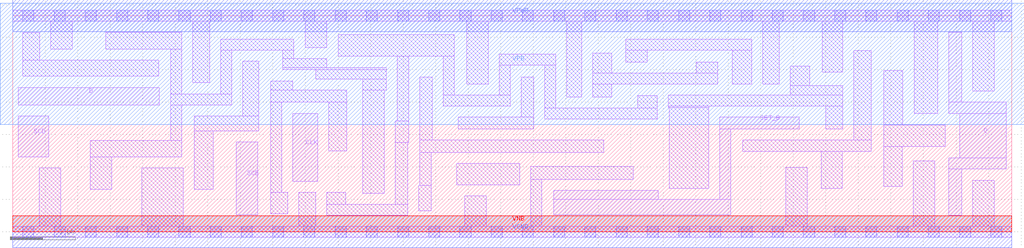
<source format=lef>
# Copyright 2020 The SkyWater PDK Authors
#
# Licensed under the Apache License, Version 2.0 (the "License");
# you may not use this file except in compliance with the License.
# You may obtain a copy of the License at
#
#     https://www.apache.org/licenses/LICENSE-2.0
#
# Unless required by applicable law or agreed to in writing, software
# distributed under the License is distributed on an "AS IS" BASIS,
# WITHOUT WARRANTIES OR CONDITIONS OF ANY KIND, either express or implied.
# See the License for the specific language governing permissions and
# limitations under the License.
#
# SPDX-License-Identifier: Apache-2.0

VERSION 5.7 ;
  NOWIREEXTENSIONATPIN ON ;
  DIVIDERCHAR "/" ;
  BUSBITCHARS "[]" ;
MACRO sky130_fd_sc_lp__sdfstp_2
  CLASS CORE ;
  FOREIGN sky130_fd_sc_lp__sdfstp_2 ;
  ORIGIN  0.000000  0.000000 ;
  SIZE  15.36000 BY  3.330000 ;
  SYMMETRY X Y R90 ;
  SITE unit ;
  PIN D
    ANTENNAGATEAREA  0.159000 ;
    DIRECTION INPUT ;
    USE SIGNAL ;
    PORT
      LAYER li1 ;
        RECT 0.085000 1.950000 2.255000 2.225000 ;
    END
  END D
  PIN Q
    ANTENNADIFFAREA  0.588000 ;
    DIRECTION OUTPUT ;
    USE SIGNAL ;
    PORT
      LAYER li1 ;
        RECT 14.390000 0.255000 14.590000 0.965000 ;
        RECT 14.390000 0.965000 15.275000 1.135000 ;
        RECT 14.390000 1.825000 15.275000 1.995000 ;
        RECT 14.390000 1.995000 14.590000 3.075000 ;
        RECT 14.555000 1.135000 15.275000 1.825000 ;
    END
  END Q
  PIN SCD
    ANTENNAGATEAREA  0.159000 ;
    DIRECTION INPUT ;
    USE SIGNAL ;
    PORT
      LAYER li1 ;
        RECT 0.085000 1.150000 0.550000 1.780000 ;
    END
  END SCD
  PIN SCE
    ANTENNAGATEAREA  0.318000 ;
    DIRECTION INPUT ;
    USE SIGNAL ;
    PORT
      LAYER li1 ;
        RECT 3.435000 0.265000 3.765000 1.380000 ;
    END
  END SCE
  PIN SET_B
    ANTENNAGATEAREA  0.252000 ;
    DIRECTION INPUT ;
    USE SIGNAL ;
    PORT
      LAYER li1 ;
        RECT  8.315000 0.265000 11.040000 0.500000 ;
        RECT  8.315000 0.500000  9.925000 0.640000 ;
        RECT 10.870000 0.500000 11.040000 1.585000 ;
        RECT 10.870000 1.585000 12.090000 1.765000 ;
    END
  END SET_B
  PIN CLK
    ANTENNAGATEAREA  0.159000 ;
    DIRECTION INPUT ;
    USE CLOCK ;
    PORT
      LAYER li1 ;
        RECT 4.305000 0.780000 4.685000 1.825000 ;
    END
  END CLK
  PIN VGND
    DIRECTION INOUT ;
    USE GROUND ;
    PORT
      LAYER met1 ;
        RECT 0.000000 -0.245000 15.360000 0.245000 ;
    END
  END VGND
  PIN VNB
    DIRECTION INOUT ;
    USE GROUND ;
    PORT
      LAYER pwell ;
        RECT 0.000000 0.000000 15.360000 0.245000 ;
    END
  END VNB
  PIN VPB
    DIRECTION INOUT ;
    USE POWER ;
    PORT
      LAYER nwell ;
        RECT -0.190000 1.655000 15.550000 3.520000 ;
    END
  END VPB
  PIN VPWR
    DIRECTION INOUT ;
    USE POWER ;
    PORT
      LAYER met1 ;
        RECT 0.000000 3.085000 15.360000 3.575000 ;
    END
  END VPWR
  OBS
    LAYER li1 ;
      RECT  0.000000 -0.085000 15.360000 0.085000 ;
      RECT  0.000000  3.245000 15.360000 3.415000 ;
      RECT  0.155000  2.395000  2.245000 2.645000 ;
      RECT  0.155000  2.645000  0.415000 3.065000 ;
      RECT  0.405000  0.085000  0.735000 0.980000 ;
      RECT  0.585000  2.815000  0.915000 3.245000 ;
      RECT  1.195000  0.650000  1.525000 1.150000 ;
      RECT  1.195000  1.150000  2.595000 1.405000 ;
      RECT  1.430000  2.815000  2.595000 3.075000 ;
      RECT  1.985000  0.085000  2.620000 0.980000 ;
      RECT  2.425000  1.405000  2.595000 1.950000 ;
      RECT  2.425000  1.950000  3.365000 2.120000 ;
      RECT  2.425000  2.120000  2.595000 2.815000 ;
      RECT  2.765000  2.300000  3.025000 3.245000 ;
      RECT  2.790000  0.650000  3.085000 1.550000 ;
      RECT  2.790000  1.550000  3.785000 1.780000 ;
      RECT  3.195000  2.120000  3.365000 2.800000 ;
      RECT  3.195000  2.800000  4.320000 2.970000 ;
      RECT  3.535000  1.780000  3.785000 2.630000 ;
      RECT  3.965000  0.280000  4.230000 0.610000 ;
      RECT  3.965000  0.610000  4.135000 1.995000 ;
      RECT  3.965000  1.995000  5.135000 2.185000 ;
      RECT  3.965000  2.185000  4.305000 2.325000 ;
      RECT  4.150000  2.495000  5.740000 2.525000 ;
      RECT  4.150000  2.525000  4.830000 2.665000 ;
      RECT  4.150000  2.665000  4.320000 2.800000 ;
      RECT  4.400000  0.085000  4.655000 0.610000 ;
      RECT  4.500000  2.835000  4.830000 3.245000 ;
      RECT  4.660000  2.355000  5.740000 2.495000 ;
      RECT  4.825000  0.255000  6.070000 0.425000 ;
      RECT  4.825000  0.425000  5.120000 0.610000 ;
      RECT  4.855000  1.245000  5.135000 1.995000 ;
      RECT  5.000000  2.705000  6.790000 3.035000 ;
      RECT  5.380000  0.595000  5.710000 2.185000 ;
      RECT  5.380000  2.185000  5.740000 2.355000 ;
      RECT  5.880000  0.425000  6.070000 1.375000 ;
      RECT  5.880000  1.375000  6.090000 1.705000 ;
      RECT  5.910000  1.705000  6.090000 2.705000 ;
      RECT  6.240000  0.325000  6.430000 0.715000 ;
      RECT  6.260000  0.715000  6.430000 1.225000 ;
      RECT  6.260000  1.225000  9.085000 1.415000 ;
      RECT  6.260000  1.415000  6.450000 2.385000 ;
      RECT  6.620000  1.935000  7.650000 2.105000 ;
      RECT  6.620000  2.105000  6.790000 2.705000 ;
      RECT  6.825000  0.725000  7.795000 1.055000 ;
      RECT  6.845000  1.585000  8.010000 1.765000 ;
      RECT  6.950000  0.085000  7.280000 0.555000 ;
      RECT  6.980000  2.275000  7.310000 3.245000 ;
      RECT  7.480000  2.105000  7.650000 2.565000 ;
      RECT  7.480000  2.565000  8.350000 2.735000 ;
      RECT  7.820000  1.765000  8.010000 2.385000 ;
      RECT  7.965000  0.085000  8.135000 0.810000 ;
      RECT  7.965000  0.810000  9.540000 1.010000 ;
      RECT  8.180000  1.735000  9.910000 1.905000 ;
      RECT  8.180000  1.905000  8.350000 2.565000 ;
      RECT  8.520000  2.075000  8.745000 3.245000 ;
      RECT  8.915000  2.075000  9.210000 2.275000 ;
      RECT  8.915000  2.275000 10.840000 2.445000 ;
      RECT  8.915000  2.445000  9.210000 2.755000 ;
      RECT  9.420000  2.615000  9.750000 2.795000 ;
      RECT  9.420000  2.795000 11.360000 2.965000 ;
      RECT  9.610000  1.905000  9.910000 2.095000 ;
      RECT 10.080000  1.915000 10.700000 1.935000 ;
      RECT 10.080000  1.935000 12.760000 2.105000 ;
      RECT 10.095000  0.670000 10.700000 1.915000 ;
      RECT 10.510000  2.445000 10.840000 2.615000 ;
      RECT 11.060000  2.275000 11.360000 2.795000 ;
      RECT 11.220000  1.235000 13.200000 1.415000 ;
      RECT 11.530000  2.275000 11.785000 3.245000 ;
      RECT 11.885000  0.085000 12.215000 0.995000 ;
      RECT 11.955000  2.105000 12.760000 2.255000 ;
      RECT 11.955000  2.255000 12.250000 2.550000 ;
      RECT 12.425000  0.665000 12.755000 1.235000 ;
      RECT 12.440000  2.460000 12.760000 3.245000 ;
      RECT 12.500000  1.585000 12.760000 1.935000 ;
      RECT 12.930000  1.415000 13.200000 2.790000 ;
      RECT 13.390000  0.700000 13.670000 1.315000 ;
      RECT 13.390000  1.315000 14.335000 1.645000 ;
      RECT 13.390000  1.645000 13.685000 2.485000 ;
      RECT 13.840000  0.085000 14.170000 1.095000 ;
      RECT 13.855000  1.825000 14.220000 3.245000 ;
      RECT 14.760000  0.085000 15.090000 0.795000 ;
      RECT 14.760000  2.165000 15.090000 3.245000 ;
    LAYER mcon ;
      RECT  0.155000 -0.085000  0.325000 0.085000 ;
      RECT  0.155000  3.245000  0.325000 3.415000 ;
      RECT  0.635000 -0.085000  0.805000 0.085000 ;
      RECT  0.635000  3.245000  0.805000 3.415000 ;
      RECT  1.115000 -0.085000  1.285000 0.085000 ;
      RECT  1.115000  3.245000  1.285000 3.415000 ;
      RECT  1.595000 -0.085000  1.765000 0.085000 ;
      RECT  1.595000  3.245000  1.765000 3.415000 ;
      RECT  2.075000 -0.085000  2.245000 0.085000 ;
      RECT  2.075000  3.245000  2.245000 3.415000 ;
      RECT  2.555000 -0.085000  2.725000 0.085000 ;
      RECT  2.555000  3.245000  2.725000 3.415000 ;
      RECT  3.035000 -0.085000  3.205000 0.085000 ;
      RECT  3.035000  3.245000  3.205000 3.415000 ;
      RECT  3.515000 -0.085000  3.685000 0.085000 ;
      RECT  3.515000  3.245000  3.685000 3.415000 ;
      RECT  3.995000 -0.085000  4.165000 0.085000 ;
      RECT  3.995000  3.245000  4.165000 3.415000 ;
      RECT  4.475000 -0.085000  4.645000 0.085000 ;
      RECT  4.475000  3.245000  4.645000 3.415000 ;
      RECT  4.955000 -0.085000  5.125000 0.085000 ;
      RECT  4.955000  3.245000  5.125000 3.415000 ;
      RECT  5.435000 -0.085000  5.605000 0.085000 ;
      RECT  5.435000  3.245000  5.605000 3.415000 ;
      RECT  5.915000 -0.085000  6.085000 0.085000 ;
      RECT  5.915000  3.245000  6.085000 3.415000 ;
      RECT  6.395000 -0.085000  6.565000 0.085000 ;
      RECT  6.395000  3.245000  6.565000 3.415000 ;
      RECT  6.875000 -0.085000  7.045000 0.085000 ;
      RECT  6.875000  3.245000  7.045000 3.415000 ;
      RECT  7.355000 -0.085000  7.525000 0.085000 ;
      RECT  7.355000  3.245000  7.525000 3.415000 ;
      RECT  7.835000 -0.085000  8.005000 0.085000 ;
      RECT  7.835000  3.245000  8.005000 3.415000 ;
      RECT  8.315000 -0.085000  8.485000 0.085000 ;
      RECT  8.315000  3.245000  8.485000 3.415000 ;
      RECT  8.795000 -0.085000  8.965000 0.085000 ;
      RECT  8.795000  3.245000  8.965000 3.415000 ;
      RECT  9.275000 -0.085000  9.445000 0.085000 ;
      RECT  9.275000  3.245000  9.445000 3.415000 ;
      RECT  9.755000 -0.085000  9.925000 0.085000 ;
      RECT  9.755000  3.245000  9.925000 3.415000 ;
      RECT 10.235000 -0.085000 10.405000 0.085000 ;
      RECT 10.235000  3.245000 10.405000 3.415000 ;
      RECT 10.715000 -0.085000 10.885000 0.085000 ;
      RECT 10.715000  3.245000 10.885000 3.415000 ;
      RECT 11.195000 -0.085000 11.365000 0.085000 ;
      RECT 11.195000  3.245000 11.365000 3.415000 ;
      RECT 11.675000 -0.085000 11.845000 0.085000 ;
      RECT 11.675000  3.245000 11.845000 3.415000 ;
      RECT 12.155000 -0.085000 12.325000 0.085000 ;
      RECT 12.155000  3.245000 12.325000 3.415000 ;
      RECT 12.635000 -0.085000 12.805000 0.085000 ;
      RECT 12.635000  3.245000 12.805000 3.415000 ;
      RECT 13.115000 -0.085000 13.285000 0.085000 ;
      RECT 13.115000  3.245000 13.285000 3.415000 ;
      RECT 13.595000 -0.085000 13.765000 0.085000 ;
      RECT 13.595000  3.245000 13.765000 3.415000 ;
      RECT 14.075000 -0.085000 14.245000 0.085000 ;
      RECT 14.075000  3.245000 14.245000 3.415000 ;
      RECT 14.555000 -0.085000 14.725000 0.085000 ;
      RECT 14.555000  3.245000 14.725000 3.415000 ;
      RECT 15.035000 -0.085000 15.205000 0.085000 ;
      RECT 15.035000  3.245000 15.205000 3.415000 ;
  END
END sky130_fd_sc_lp__sdfstp_2
END LIBRARY

</source>
